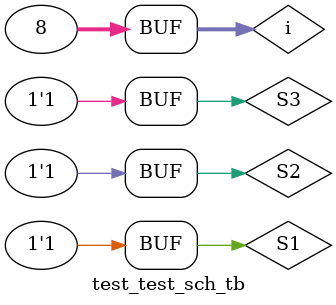
<source format=v>

`timescale 1ns / 1ps

module test_test_sch_tb();

// Inputs
   reg S1;
   reg S2;
   reg S3;

// Output
   wire FFF;

// Bidirs

// Instantiate the UUT
   test UUT (
		.S1(S1), 
		.S2(S2), 
		.S3(S3), 
		.FFF(FFF)
   );
// Initialize Inputs
   //`ifdef auto_init
	integer i;
      initial begin
		S1 = 0;
		S2 = 0;
		S3 = 0;
		#50;
		//integer i;
		for(i=0;i<=7;i=i+1)begin
		{S1,S2,S3}=i;
		#50;
		end
		end
   //`endif
endmodule

</source>
